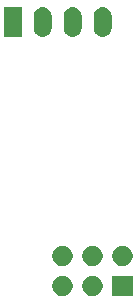
<source format=gbr>
G04 #@! TF.GenerationSoftware,KiCad,Pcbnew,6.0.0-rc1-unknown-4a57541~66~ubuntu16.04.1*
G04 #@! TF.CreationDate,2018-09-11T15:26:06+03:00*
G04 #@! TF.ProjectId,rs485-moist-sensor,72733438352D6D6F6973742D73656E73,rev?*
G04 #@! TF.SameCoordinates,Original*
G04 #@! TF.FileFunction,Soldermask,Bot*
G04 #@! TF.FilePolarity,Negative*
%FSLAX46Y46*%
G04 Gerber Fmt 4.6, Leading zero omitted, Abs format (unit mm)*
G04 Created by KiCad (PCBNEW 6.0.0-rc1-unknown-4a57541~66~ubuntu16.04.1) date Tue Sep 11 15:26:06 2018*
%MOMM*%
%LPD*%
G01*
G04 APERTURE LIST*
%ADD10C,0.100000*%
G04 APERTURE END LIST*
D10*
G36*
X98251903Y-43439587D02*
X98409068Y-43504687D01*
X98550513Y-43599198D01*
X98670802Y-43719487D01*
X98765313Y-43860932D01*
X98830413Y-44018097D01*
X98863600Y-44184943D01*
X98863600Y-44355057D01*
X98830413Y-44521903D01*
X98765313Y-44679068D01*
X98670802Y-44820513D01*
X98550513Y-44940802D01*
X98409068Y-45035313D01*
X98251903Y-45100413D01*
X98085057Y-45133600D01*
X97914943Y-45133600D01*
X97748097Y-45100413D01*
X97590932Y-45035313D01*
X97449487Y-44940802D01*
X97329198Y-44820513D01*
X97234687Y-44679068D01*
X97169587Y-44521903D01*
X97136400Y-44355057D01*
X97136400Y-44184943D01*
X97169587Y-44018097D01*
X97234687Y-43860932D01*
X97329198Y-43719487D01*
X97449487Y-43599198D01*
X97590932Y-43504687D01*
X97748097Y-43439587D01*
X97914943Y-43406400D01*
X98085057Y-43406400D01*
X98251903Y-43439587D01*
X98251903Y-43439587D01*
G37*
G36*
X95711903Y-43439587D02*
X95869068Y-43504687D01*
X96010513Y-43599198D01*
X96130802Y-43719487D01*
X96225313Y-43860932D01*
X96290413Y-44018097D01*
X96323600Y-44184943D01*
X96323600Y-44355057D01*
X96290413Y-44521903D01*
X96225313Y-44679068D01*
X96130802Y-44820513D01*
X96010513Y-44940802D01*
X95869068Y-45035313D01*
X95711903Y-45100413D01*
X95545057Y-45133600D01*
X95374943Y-45133600D01*
X95208097Y-45100413D01*
X95050932Y-45035313D01*
X94909487Y-44940802D01*
X94789198Y-44820513D01*
X94694687Y-44679068D01*
X94629587Y-44521903D01*
X94596400Y-44355057D01*
X94596400Y-44184943D01*
X94629587Y-44018097D01*
X94694687Y-43860932D01*
X94789198Y-43719487D01*
X94909487Y-43599198D01*
X95050932Y-43504687D01*
X95208097Y-43439587D01*
X95374943Y-43406400D01*
X95545057Y-43406400D01*
X95711903Y-43439587D01*
X95711903Y-43439587D01*
G37*
G36*
X101403600Y-45133600D02*
X99676400Y-45133600D01*
X99676400Y-43406400D01*
X101403600Y-43406400D01*
X101403600Y-45133600D01*
X101403600Y-45133600D01*
G37*
G36*
X98251903Y-40899587D02*
X98409068Y-40964687D01*
X98550513Y-41059198D01*
X98670802Y-41179487D01*
X98765313Y-41320932D01*
X98830413Y-41478097D01*
X98863600Y-41644943D01*
X98863600Y-41815057D01*
X98830413Y-41981903D01*
X98765313Y-42139068D01*
X98670802Y-42280513D01*
X98550513Y-42400802D01*
X98409068Y-42495313D01*
X98251903Y-42560413D01*
X98085057Y-42593600D01*
X97914943Y-42593600D01*
X97748097Y-42560413D01*
X97590932Y-42495313D01*
X97449487Y-42400802D01*
X97329198Y-42280513D01*
X97234687Y-42139068D01*
X97169587Y-41981903D01*
X97136400Y-41815057D01*
X97136400Y-41644943D01*
X97169587Y-41478097D01*
X97234687Y-41320932D01*
X97329198Y-41179487D01*
X97449487Y-41059198D01*
X97590932Y-40964687D01*
X97748097Y-40899587D01*
X97914943Y-40866400D01*
X98085057Y-40866400D01*
X98251903Y-40899587D01*
X98251903Y-40899587D01*
G37*
G36*
X95711903Y-40899587D02*
X95869068Y-40964687D01*
X96010513Y-41059198D01*
X96130802Y-41179487D01*
X96225313Y-41320932D01*
X96290413Y-41478097D01*
X96323600Y-41644943D01*
X96323600Y-41815057D01*
X96290413Y-41981903D01*
X96225313Y-42139068D01*
X96130802Y-42280513D01*
X96010513Y-42400802D01*
X95869068Y-42495313D01*
X95711903Y-42560413D01*
X95545057Y-42593600D01*
X95374943Y-42593600D01*
X95208097Y-42560413D01*
X95050932Y-42495313D01*
X94909487Y-42400802D01*
X94789198Y-42280513D01*
X94694687Y-42139068D01*
X94629587Y-41981903D01*
X94596400Y-41815057D01*
X94596400Y-41644943D01*
X94629587Y-41478097D01*
X94694687Y-41320932D01*
X94789198Y-41179487D01*
X94909487Y-41059198D01*
X95050932Y-40964687D01*
X95208097Y-40899587D01*
X95374943Y-40866400D01*
X95545057Y-40866400D01*
X95711903Y-40899587D01*
X95711903Y-40899587D01*
G37*
G36*
X100791903Y-40899587D02*
X100949068Y-40964687D01*
X101090513Y-41059198D01*
X101210802Y-41179487D01*
X101305313Y-41320932D01*
X101370413Y-41478097D01*
X101403600Y-41644943D01*
X101403600Y-41815057D01*
X101370413Y-41981903D01*
X101305313Y-42139068D01*
X101210802Y-42280513D01*
X101090513Y-42400802D01*
X100949068Y-42495313D01*
X100791903Y-42560413D01*
X100625057Y-42593600D01*
X100454943Y-42593600D01*
X100288097Y-42560413D01*
X100130932Y-42495313D01*
X99989487Y-42400802D01*
X99869198Y-42280513D01*
X99774687Y-42139068D01*
X99709587Y-41981903D01*
X99676400Y-41815057D01*
X99676400Y-41644943D01*
X99709587Y-41478097D01*
X99774687Y-41320932D01*
X99869198Y-41179487D01*
X99989487Y-41059198D01*
X100130932Y-40964687D01*
X100288097Y-40899587D01*
X100454943Y-40866400D01*
X100625057Y-40866400D01*
X100791903Y-40899587D01*
X100791903Y-40899587D01*
G37*
G36*
X93937027Y-20680852D02*
X94078401Y-20723738D01*
X94208694Y-20793380D01*
X94322896Y-20887104D01*
X94416620Y-21001306D01*
X94486262Y-21131599D01*
X94529148Y-21272973D01*
X94540000Y-21383161D01*
X94540000Y-22456839D01*
X94529148Y-22567027D01*
X94486262Y-22708401D01*
X94416620Y-22838694D01*
X94322899Y-22952893D01*
X94208690Y-23046622D01*
X94078400Y-23116262D01*
X93937026Y-23159148D01*
X93790000Y-23173628D01*
X93642973Y-23159148D01*
X93501599Y-23116262D01*
X93371306Y-23046620D01*
X93257107Y-22952899D01*
X93163378Y-22838690D01*
X93093738Y-22708400D01*
X93050852Y-22567026D01*
X93040000Y-22456838D01*
X93040001Y-21383161D01*
X93050853Y-21272973D01*
X93093739Y-21131599D01*
X93163381Y-21001306D01*
X93257105Y-20887104D01*
X93371307Y-20793380D01*
X93501600Y-20723738D01*
X93642974Y-20680852D01*
X93790000Y-20666372D01*
X93937027Y-20680852D01*
X93937027Y-20680852D01*
G37*
G36*
X96477027Y-20680852D02*
X96618401Y-20723738D01*
X96748694Y-20793380D01*
X96862896Y-20887104D01*
X96956620Y-21001306D01*
X97026262Y-21131599D01*
X97069148Y-21272973D01*
X97080000Y-21383161D01*
X97080000Y-22456839D01*
X97069148Y-22567027D01*
X97026262Y-22708401D01*
X96956620Y-22838694D01*
X96862899Y-22952893D01*
X96748690Y-23046622D01*
X96618400Y-23116262D01*
X96477026Y-23159148D01*
X96330000Y-23173628D01*
X96182973Y-23159148D01*
X96041599Y-23116262D01*
X95911306Y-23046620D01*
X95797107Y-22952899D01*
X95703378Y-22838690D01*
X95633738Y-22708400D01*
X95590852Y-22567026D01*
X95580000Y-22456838D01*
X95580001Y-21383161D01*
X95590853Y-21272973D01*
X95633739Y-21131599D01*
X95703381Y-21001306D01*
X95797105Y-20887104D01*
X95911307Y-20793380D01*
X96041600Y-20723738D01*
X96182974Y-20680852D01*
X96330000Y-20666372D01*
X96477027Y-20680852D01*
X96477027Y-20680852D01*
G37*
G36*
X99017027Y-20680852D02*
X99158401Y-20723738D01*
X99288694Y-20793380D01*
X99402896Y-20887104D01*
X99496620Y-21001306D01*
X99566262Y-21131599D01*
X99609148Y-21272973D01*
X99620000Y-21383161D01*
X99620000Y-22456839D01*
X99609148Y-22567027D01*
X99566262Y-22708401D01*
X99496620Y-22838694D01*
X99402899Y-22952893D01*
X99288690Y-23046622D01*
X99158400Y-23116262D01*
X99017026Y-23159148D01*
X98870000Y-23173628D01*
X98722973Y-23159148D01*
X98581599Y-23116262D01*
X98451306Y-23046620D01*
X98337107Y-22952899D01*
X98243378Y-22838690D01*
X98173738Y-22708400D01*
X98130852Y-22567026D01*
X98120000Y-22456838D01*
X98120001Y-21383161D01*
X98130853Y-21272973D01*
X98173739Y-21131599D01*
X98243381Y-21001306D01*
X98337105Y-20887104D01*
X98451307Y-20793380D01*
X98581600Y-20723738D01*
X98722974Y-20680852D01*
X98870000Y-20666372D01*
X99017027Y-20680852D01*
X99017027Y-20680852D01*
G37*
G36*
X92000000Y-23170000D02*
X90500000Y-23170000D01*
X90500000Y-20670000D01*
X92000000Y-20670000D01*
X92000000Y-23170000D01*
X92000000Y-23170000D01*
G37*
M02*

</source>
